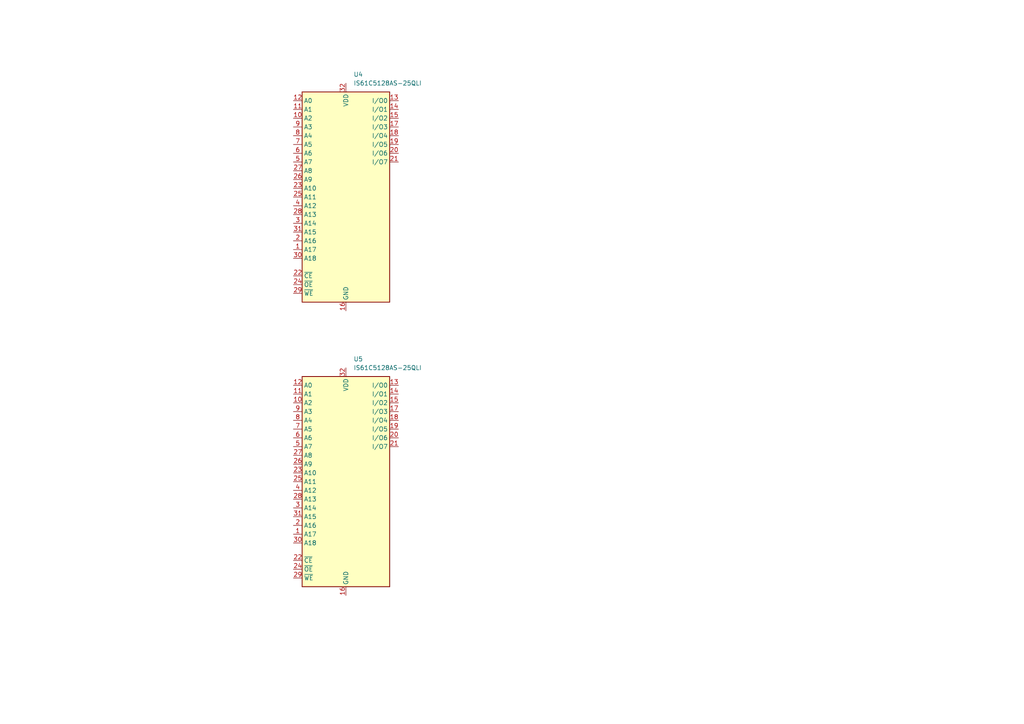
<source format=kicad_sch>
(kicad_sch (version 20230121) (generator eeschema)
  (paper "A4")
  (lib_symbols
    (symbol "Memory_RAM:IS61C5128AS-25QLI"
      (property "Reference" "U" (at -10.16 31.75 0))
      (property "Value" "IS61C5128AS-25QLI" (at 12.7 31.75 0))
      (symbol "IS61C5128AS-25QLI_0_1"
        (rectangle (start -12.7 30.48) (end 12.7 -30.48) (stroke (width 0.254)) (fill (type background)))
      )
      (symbol "IS61C5128AS-25QLI_1_1"
        (pin input line (at -15.24 -15.24 0) (length 2.54) (name "A17") (number "1"))
        (pin input line (at -15.24 22.86 0) (length 2.54) (name "A2") (number "10"))
        (pin input line (at -15.24 25.4 0) (length 2.54) (name "A1") (number "11"))
        (pin input line (at -15.24 27.94 0) (length 2.54) (name "A0") (number "12"))
        (pin bidirectional line (at 15.24 27.94 180) (length 2.54) (name "I/O0") (number "13"))
        (pin bidirectional line (at 15.24 25.4 180) (length 2.54) (name "I/O1") (number "14"))
        (pin bidirectional line (at 15.24 22.86 180) (length 2.54) (name "I/O2") (number "15"))
        (pin power_in line (at 0 -33.02 90) (length 2.54) (name "GND") (number "16"))
        (pin bidirectional line (at 15.24 20.32 180) (length 2.54) (name "I/O3") (number "17"))
        (pin bidirectional line (at 15.24 17.78 180) (length 2.54) (name "I/O4") (number "18"))
        (pin bidirectional line (at 15.24 15.24 180) (length 2.54) (name "I/O5") (number "19"))
        (pin input line (at -15.24 -12.7 0) (length 2.54) (name "A16") (number "2"))
        (pin bidirectional line (at 15.24 12.7 180) (length 2.54) (name "I/O6") (number "20"))
        (pin bidirectional line (at 15.24 10.16 180) (length 2.54) (name "I/O7") (number "21"))
        (pin input line (at -15.24 -22.86 0) (length 2.54) (name "~{CE}") (number "22"))
        (pin input line (at -15.24 2.54 0) (length 2.54) (name "A10") (number "23"))
        (pin input line (at -15.24 -25.4 0) (length 2.54) (name "~{OE}") (number "24"))
        (pin input line (at -15.24 0 0) (length 2.54) (name "A11") (number "25"))
        (pin input line (at -15.24 5.08 0) (length 2.54) (name "A9") (number "26"))
        (pin input line (at -15.24 7.62 0) (length 2.54) (name "A8") (number "27"))
        (pin input line (at -15.24 -5.08 0) (length 2.54) (name "A13") (number "28"))
        (pin input line (at -15.24 -27.94 0) (length 2.54) (name "~{WE}") (number "29"))
        (pin input line (at -15.24 -7.62 0) (length 2.54) (name "A14") (number "3"))
        (pin input line (at -15.24 -17.78 0) (length 2.54) (name "A18") (number "30"))
        (pin input line (at -15.24 -10.16 0) (length 2.54) (name "A15") (number "31"))
        (pin power_in line (at 0 33.02 270) (length 2.54) (name "VDD") (number "32"))
        (pin input line (at -15.24 -2.54 0) (length 2.54) (name "A12") (number "4"))
        (pin input line (at -15.24 10.16 0) (length 2.54) (name "A7") (number "5"))
        (pin input line (at -15.24 12.7 0) (length 2.54) (name "A6") (number "6"))
        (pin input line (at -15.24 15.24 0) (length 2.54) (name "A5") (number "7"))
        (pin input line (at -15.24 17.78 0) (length 2.54) (name "A4") (number "8"))
        (pin input line (at -15.24 20.32 0) (length 2.54) (name "A3") (number "9"))
      )
    )
  )
  (symbol (lib_id "Memory_RAM:IS61C5128AS-25QLI") (at 100.33 57.15 0) (unit 1)
    (property "Reference" "U4" (at 102.5241 21.59 0) (effects (justify left)))
    (property "Value" "IS61C5128AS-25QLI" (at 102.5241 24.13 0) (effects (justify left)))
    (property "Footprint" "Package_SO:SSOP-32_11.305x20.495mm_P1.27mm" (effects hide))
    (property "Datasheet" "https://datasheet.lcsc.com/lcsc/1912141436_ISSI-Integrated-Silicon-Solution-IS61C5128AS-25QLI_C443416.pdf" (effects hide))
    (property "JLPCB Part" "C443416" (effects hide))
  )
  (symbol (lib_id "Memory_RAM:IS61C5128AS-25QLI") (at 100.33 139.7 0) (unit 1)
    (property "Reference" "U5" (at 102.5241 104.14 0) (effects (justify left)))
    (property "Value" "IS61C5128AS-25QLI" (at 102.5241 106.68 0) (effects (justify left)))
    (property "Footprint" "Package_SO:SSOP-32_11.305x20.495mm_P1.27mm" (effects hide))
    (property "Datasheet" "https://datasheet.lcsc.com/lcsc/1912141436_ISSI-Integrated-Silicon-Solution-IS61C5128AS-25QLI_C443416.pdf" (effects hide))
    (property "JLPCB Part" "C443416" (effects hide))
  )
)
</source>
